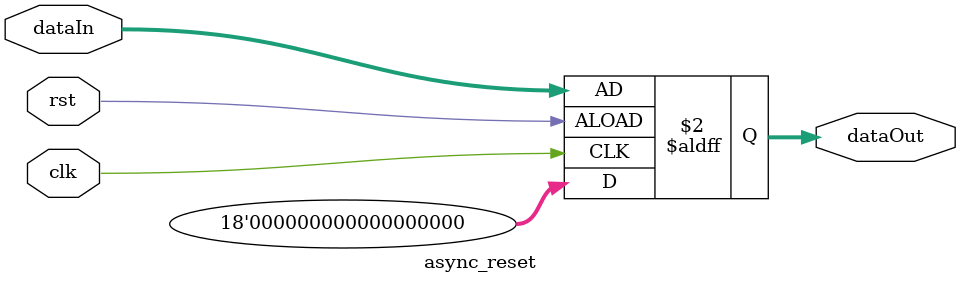
<source format=v>
module async_reset #(
	parameter WIDTH = 18
)
(
	input  wire 			rst,
	input  wire 			clk,
	input  wire [WIDTH-1:0] dataIn,
	output reg [WIDTH-1:0]  dataOut
);

always @(posedge clk,negedge rst) begin
    if (rst)
        dataOut <= 'b0;
    else
        dataOut <= dataIn;
end

endmodule
</source>
